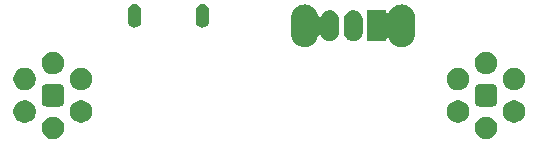
<source format=gbr>
G04 #@! TF.GenerationSoftware,KiCad,Pcbnew,(5.1.5)-3*
G04 #@! TF.CreationDate,2022-07-19T17:14:03+02:00*
G04 #@! TF.ProjectId,Stacked desk light,53746163-6b65-4642-9064-65736b206c69,rev?*
G04 #@! TF.SameCoordinates,Original*
G04 #@! TF.FileFunction,Soldermask,Bot*
G04 #@! TF.FilePolarity,Negative*
%FSLAX46Y46*%
G04 Gerber Fmt 4.6, Leading zero omitted, Abs format (unit mm)*
G04 Created by KiCad (PCBNEW (5.1.5)-3) date 2022-07-19 17:14:03*
%MOMM*%
%LPD*%
G04 APERTURE LIST*
%ADD10C,0.100000*%
G04 APERTURE END LIST*
D10*
G36*
X118614563Y-101774638D02*
G01*
X118787634Y-101846326D01*
X118787635Y-101846327D01*
X118943395Y-101950402D01*
X119075858Y-102082865D01*
X119075859Y-102082867D01*
X119179934Y-102238626D01*
X119251622Y-102411697D01*
X119288168Y-102595425D01*
X119288168Y-102782759D01*
X119251622Y-102966487D01*
X119179934Y-103139558D01*
X119179933Y-103139559D01*
X119075858Y-103295319D01*
X118943395Y-103427782D01*
X118864986Y-103480173D01*
X118787634Y-103531858D01*
X118614563Y-103603546D01*
X118430835Y-103640092D01*
X118243501Y-103640092D01*
X118059773Y-103603546D01*
X117886702Y-103531858D01*
X117809350Y-103480173D01*
X117730941Y-103427782D01*
X117598478Y-103295319D01*
X117494403Y-103139559D01*
X117494402Y-103139558D01*
X117422714Y-102966487D01*
X117386168Y-102782759D01*
X117386168Y-102595425D01*
X117422714Y-102411697D01*
X117494402Y-102238626D01*
X117598477Y-102082867D01*
X117598478Y-102082865D01*
X117730941Y-101950402D01*
X117886701Y-101846327D01*
X117886702Y-101846326D01*
X118059773Y-101774638D01*
X118243501Y-101738092D01*
X118430835Y-101738092D01*
X118614563Y-101774638D01*
G37*
G36*
X81940199Y-101774638D02*
G01*
X82113270Y-101846326D01*
X82113271Y-101846327D01*
X82269031Y-101950402D01*
X82401494Y-102082865D01*
X82401495Y-102082867D01*
X82505570Y-102238626D01*
X82577258Y-102411697D01*
X82613804Y-102595425D01*
X82613804Y-102782759D01*
X82577258Y-102966487D01*
X82505570Y-103139558D01*
X82505569Y-103139559D01*
X82401494Y-103295319D01*
X82269031Y-103427782D01*
X82190622Y-103480173D01*
X82113270Y-103531858D01*
X81940199Y-103603546D01*
X81756471Y-103640092D01*
X81569137Y-103640092D01*
X81385409Y-103603546D01*
X81212338Y-103531858D01*
X81134986Y-103480173D01*
X81056577Y-103427782D01*
X80924114Y-103295319D01*
X80820039Y-103139559D01*
X80820038Y-103139558D01*
X80748350Y-102966487D01*
X80711804Y-102782759D01*
X80711804Y-102595425D01*
X80748350Y-102411697D01*
X80820038Y-102238626D01*
X80924113Y-102082867D01*
X80924114Y-102082865D01*
X81056577Y-101950402D01*
X81212337Y-101846327D01*
X81212338Y-101846326D01*
X81385409Y-101774638D01*
X81569137Y-101738092D01*
X81756471Y-101738092D01*
X81940199Y-101774638D01*
G37*
G36*
X84321769Y-100399638D02*
G01*
X84494840Y-100471326D01*
X84494841Y-100471327D01*
X84650601Y-100575402D01*
X84783064Y-100707865D01*
X84783065Y-100707867D01*
X84887140Y-100863626D01*
X84958828Y-101036697D01*
X84995374Y-101220425D01*
X84995374Y-101407759D01*
X84958828Y-101591487D01*
X84887140Y-101764558D01*
X84880404Y-101774639D01*
X84783064Y-101920319D01*
X84650601Y-102052782D01*
X84605578Y-102082865D01*
X84494840Y-102156858D01*
X84321769Y-102228546D01*
X84138041Y-102265092D01*
X83950707Y-102265092D01*
X83766979Y-102228546D01*
X83593908Y-102156858D01*
X83483170Y-102082865D01*
X83438147Y-102052782D01*
X83305684Y-101920319D01*
X83208344Y-101774639D01*
X83201608Y-101764558D01*
X83129920Y-101591487D01*
X83093374Y-101407759D01*
X83093374Y-101220425D01*
X83129920Y-101036697D01*
X83201608Y-100863626D01*
X83305683Y-100707867D01*
X83305684Y-100707865D01*
X83438147Y-100575402D01*
X83593907Y-100471327D01*
X83593908Y-100471326D01*
X83766979Y-100399638D01*
X83950707Y-100363092D01*
X84138041Y-100363092D01*
X84321769Y-100399638D01*
G37*
G36*
X79558629Y-100399638D02*
G01*
X79731700Y-100471326D01*
X79731701Y-100471327D01*
X79887461Y-100575402D01*
X80019924Y-100707865D01*
X80019925Y-100707867D01*
X80124000Y-100863626D01*
X80195688Y-101036697D01*
X80232234Y-101220425D01*
X80232234Y-101407759D01*
X80195688Y-101591487D01*
X80124000Y-101764558D01*
X80117264Y-101774639D01*
X80019924Y-101920319D01*
X79887461Y-102052782D01*
X79842438Y-102082865D01*
X79731700Y-102156858D01*
X79558629Y-102228546D01*
X79374901Y-102265092D01*
X79187567Y-102265092D01*
X79003839Y-102228546D01*
X78830768Y-102156858D01*
X78720030Y-102082865D01*
X78675007Y-102052782D01*
X78542544Y-101920319D01*
X78445204Y-101774639D01*
X78438468Y-101764558D01*
X78366780Y-101591487D01*
X78330234Y-101407759D01*
X78330234Y-101220425D01*
X78366780Y-101036697D01*
X78438468Y-100863626D01*
X78542543Y-100707867D01*
X78542544Y-100707865D01*
X78675007Y-100575402D01*
X78830767Y-100471327D01*
X78830768Y-100471326D01*
X79003839Y-100399638D01*
X79187567Y-100363092D01*
X79374901Y-100363092D01*
X79558629Y-100399638D01*
G37*
G36*
X120996133Y-100399638D02*
G01*
X121169204Y-100471326D01*
X121169205Y-100471327D01*
X121324965Y-100575402D01*
X121457428Y-100707865D01*
X121457429Y-100707867D01*
X121561504Y-100863626D01*
X121633192Y-101036697D01*
X121669738Y-101220425D01*
X121669738Y-101407759D01*
X121633192Y-101591487D01*
X121561504Y-101764558D01*
X121554768Y-101774639D01*
X121457428Y-101920319D01*
X121324965Y-102052782D01*
X121279942Y-102082865D01*
X121169204Y-102156858D01*
X120996133Y-102228546D01*
X120812405Y-102265092D01*
X120625071Y-102265092D01*
X120441343Y-102228546D01*
X120268272Y-102156858D01*
X120157534Y-102082865D01*
X120112511Y-102052782D01*
X119980048Y-101920319D01*
X119882708Y-101774639D01*
X119875972Y-101764558D01*
X119804284Y-101591487D01*
X119767738Y-101407759D01*
X119767738Y-101220425D01*
X119804284Y-101036697D01*
X119875972Y-100863626D01*
X119980047Y-100707867D01*
X119980048Y-100707865D01*
X120112511Y-100575402D01*
X120268271Y-100471327D01*
X120268272Y-100471326D01*
X120441343Y-100399638D01*
X120625071Y-100363092D01*
X120812405Y-100363092D01*
X120996133Y-100399638D01*
G37*
G36*
X116232993Y-100399638D02*
G01*
X116406064Y-100471326D01*
X116406065Y-100471327D01*
X116561825Y-100575402D01*
X116694288Y-100707865D01*
X116694289Y-100707867D01*
X116798364Y-100863626D01*
X116870052Y-101036697D01*
X116906598Y-101220425D01*
X116906598Y-101407759D01*
X116870052Y-101591487D01*
X116798364Y-101764558D01*
X116791628Y-101774639D01*
X116694288Y-101920319D01*
X116561825Y-102052782D01*
X116516802Y-102082865D01*
X116406064Y-102156858D01*
X116232993Y-102228546D01*
X116049265Y-102265092D01*
X115861931Y-102265092D01*
X115678203Y-102228546D01*
X115505132Y-102156858D01*
X115394394Y-102082865D01*
X115349371Y-102052782D01*
X115216908Y-101920319D01*
X115119568Y-101774639D01*
X115112832Y-101764558D01*
X115041144Y-101591487D01*
X115004598Y-101407759D01*
X115004598Y-101220425D01*
X115041144Y-101036697D01*
X115112832Y-100863626D01*
X115216907Y-100707867D01*
X115216908Y-100707865D01*
X115349371Y-100575402D01*
X115505131Y-100471327D01*
X115505132Y-100471326D01*
X115678203Y-100399638D01*
X115861931Y-100363092D01*
X116049265Y-100363092D01*
X116232993Y-100399638D01*
G37*
G36*
X118955623Y-98996620D02*
G01*
X119032980Y-99020087D01*
X119104285Y-99058200D01*
X119166776Y-99109484D01*
X119218060Y-99171975D01*
X119256173Y-99243280D01*
X119279640Y-99320637D01*
X119288168Y-99407232D01*
X119288168Y-100470952D01*
X119279640Y-100557547D01*
X119256173Y-100634904D01*
X119218060Y-100706209D01*
X119166776Y-100768700D01*
X119104285Y-100819984D01*
X119032980Y-100858097D01*
X118955623Y-100881564D01*
X118869028Y-100890092D01*
X117805308Y-100890092D01*
X117718713Y-100881564D01*
X117641356Y-100858097D01*
X117570051Y-100819984D01*
X117507560Y-100768700D01*
X117456276Y-100706209D01*
X117418163Y-100634904D01*
X117394696Y-100557547D01*
X117386168Y-100470952D01*
X117386168Y-99407232D01*
X117394696Y-99320637D01*
X117418163Y-99243280D01*
X117456276Y-99171975D01*
X117507560Y-99109484D01*
X117570051Y-99058200D01*
X117641356Y-99020087D01*
X117718713Y-98996620D01*
X117805308Y-98988092D01*
X118869028Y-98988092D01*
X118955623Y-98996620D01*
G37*
G36*
X82281259Y-98996620D02*
G01*
X82358616Y-99020087D01*
X82429921Y-99058200D01*
X82492412Y-99109484D01*
X82543696Y-99171975D01*
X82581809Y-99243280D01*
X82605276Y-99320637D01*
X82613804Y-99407232D01*
X82613804Y-100470952D01*
X82605276Y-100557547D01*
X82581809Y-100634904D01*
X82543696Y-100706209D01*
X82492412Y-100768700D01*
X82429921Y-100819984D01*
X82358616Y-100858097D01*
X82281259Y-100881564D01*
X82194664Y-100890092D01*
X81130944Y-100890092D01*
X81044349Y-100881564D01*
X80966992Y-100858097D01*
X80895687Y-100819984D01*
X80833196Y-100768700D01*
X80781912Y-100706209D01*
X80743799Y-100634904D01*
X80720332Y-100557547D01*
X80711804Y-100470952D01*
X80711804Y-99407232D01*
X80720332Y-99320637D01*
X80743799Y-99243280D01*
X80781912Y-99171975D01*
X80833196Y-99109484D01*
X80895687Y-99058200D01*
X80966992Y-99020087D01*
X81044349Y-98996620D01*
X81130944Y-98988092D01*
X82194664Y-98988092D01*
X82281259Y-98996620D01*
G37*
G36*
X84321769Y-97649638D02*
G01*
X84494840Y-97721326D01*
X84494841Y-97721327D01*
X84650601Y-97825402D01*
X84783064Y-97957865D01*
X84783065Y-97957867D01*
X84887140Y-98113626D01*
X84958828Y-98286697D01*
X84995374Y-98470425D01*
X84995374Y-98657759D01*
X84958828Y-98841487D01*
X84887140Y-99014558D01*
X84880639Y-99024287D01*
X84783064Y-99170319D01*
X84650601Y-99302782D01*
X84623879Y-99320637D01*
X84494840Y-99406858D01*
X84321769Y-99478546D01*
X84138041Y-99515092D01*
X83950707Y-99515092D01*
X83766979Y-99478546D01*
X83593908Y-99406858D01*
X83464869Y-99320637D01*
X83438147Y-99302782D01*
X83305684Y-99170319D01*
X83208109Y-99024287D01*
X83201608Y-99014558D01*
X83129920Y-98841487D01*
X83093374Y-98657759D01*
X83093374Y-98470425D01*
X83129920Y-98286697D01*
X83201608Y-98113626D01*
X83305683Y-97957867D01*
X83305684Y-97957865D01*
X83438147Y-97825402D01*
X83593907Y-97721327D01*
X83593908Y-97721326D01*
X83766979Y-97649638D01*
X83950707Y-97613092D01*
X84138041Y-97613092D01*
X84321769Y-97649638D01*
G37*
G36*
X120996133Y-97649638D02*
G01*
X121169204Y-97721326D01*
X121169205Y-97721327D01*
X121324965Y-97825402D01*
X121457428Y-97957865D01*
X121457429Y-97957867D01*
X121561504Y-98113626D01*
X121633192Y-98286697D01*
X121669738Y-98470425D01*
X121669738Y-98657759D01*
X121633192Y-98841487D01*
X121561504Y-99014558D01*
X121555003Y-99024287D01*
X121457428Y-99170319D01*
X121324965Y-99302782D01*
X121298243Y-99320637D01*
X121169204Y-99406858D01*
X120996133Y-99478546D01*
X120812405Y-99515092D01*
X120625071Y-99515092D01*
X120441343Y-99478546D01*
X120268272Y-99406858D01*
X120139233Y-99320637D01*
X120112511Y-99302782D01*
X119980048Y-99170319D01*
X119882473Y-99024287D01*
X119875972Y-99014558D01*
X119804284Y-98841487D01*
X119767738Y-98657759D01*
X119767738Y-98470425D01*
X119804284Y-98286697D01*
X119875972Y-98113626D01*
X119980047Y-97957867D01*
X119980048Y-97957865D01*
X120112511Y-97825402D01*
X120268271Y-97721327D01*
X120268272Y-97721326D01*
X120441343Y-97649638D01*
X120625071Y-97613092D01*
X120812405Y-97613092D01*
X120996133Y-97649638D01*
G37*
G36*
X79558629Y-97649638D02*
G01*
X79731700Y-97721326D01*
X79731701Y-97721327D01*
X79887461Y-97825402D01*
X80019924Y-97957865D01*
X80019925Y-97957867D01*
X80124000Y-98113626D01*
X80195688Y-98286697D01*
X80232234Y-98470425D01*
X80232234Y-98657759D01*
X80195688Y-98841487D01*
X80124000Y-99014558D01*
X80117499Y-99024287D01*
X80019924Y-99170319D01*
X79887461Y-99302782D01*
X79860739Y-99320637D01*
X79731700Y-99406858D01*
X79558629Y-99478546D01*
X79374901Y-99515092D01*
X79187567Y-99515092D01*
X79003839Y-99478546D01*
X78830768Y-99406858D01*
X78701729Y-99320637D01*
X78675007Y-99302782D01*
X78542544Y-99170319D01*
X78444969Y-99024287D01*
X78438468Y-99014558D01*
X78366780Y-98841487D01*
X78330234Y-98657759D01*
X78330234Y-98470425D01*
X78366780Y-98286697D01*
X78438468Y-98113626D01*
X78542543Y-97957867D01*
X78542544Y-97957865D01*
X78675007Y-97825402D01*
X78830767Y-97721327D01*
X78830768Y-97721326D01*
X79003839Y-97649638D01*
X79187567Y-97613092D01*
X79374901Y-97613092D01*
X79558629Y-97649638D01*
G37*
G36*
X116232993Y-97649638D02*
G01*
X116406064Y-97721326D01*
X116406065Y-97721327D01*
X116561825Y-97825402D01*
X116694288Y-97957865D01*
X116694289Y-97957867D01*
X116798364Y-98113626D01*
X116870052Y-98286697D01*
X116906598Y-98470425D01*
X116906598Y-98657759D01*
X116870052Y-98841487D01*
X116798364Y-99014558D01*
X116791863Y-99024287D01*
X116694288Y-99170319D01*
X116561825Y-99302782D01*
X116535103Y-99320637D01*
X116406064Y-99406858D01*
X116232993Y-99478546D01*
X116049265Y-99515092D01*
X115861931Y-99515092D01*
X115678203Y-99478546D01*
X115505132Y-99406858D01*
X115376093Y-99320637D01*
X115349371Y-99302782D01*
X115216908Y-99170319D01*
X115119333Y-99024287D01*
X115112832Y-99014558D01*
X115041144Y-98841487D01*
X115004598Y-98657759D01*
X115004598Y-98470425D01*
X115041144Y-98286697D01*
X115112832Y-98113626D01*
X115216907Y-97957867D01*
X115216908Y-97957865D01*
X115349371Y-97825402D01*
X115505131Y-97721327D01*
X115505132Y-97721326D01*
X115678203Y-97649638D01*
X115861931Y-97613092D01*
X116049265Y-97613092D01*
X116232993Y-97649638D01*
G37*
G36*
X81940199Y-96274638D02*
G01*
X82113270Y-96346326D01*
X82113271Y-96346327D01*
X82269031Y-96450402D01*
X82401494Y-96582865D01*
X82401495Y-96582867D01*
X82505570Y-96738626D01*
X82577258Y-96911697D01*
X82613804Y-97095425D01*
X82613804Y-97282759D01*
X82577258Y-97466487D01*
X82505570Y-97639558D01*
X82498834Y-97649639D01*
X82401494Y-97795319D01*
X82269031Y-97927782D01*
X82224008Y-97957865D01*
X82113270Y-98031858D01*
X81940199Y-98103546D01*
X81756471Y-98140092D01*
X81569137Y-98140092D01*
X81385409Y-98103546D01*
X81212338Y-98031858D01*
X81101600Y-97957865D01*
X81056577Y-97927782D01*
X80924114Y-97795319D01*
X80826774Y-97649639D01*
X80820038Y-97639558D01*
X80748350Y-97466487D01*
X80711804Y-97282759D01*
X80711804Y-97095425D01*
X80748350Y-96911697D01*
X80820038Y-96738626D01*
X80924113Y-96582867D01*
X80924114Y-96582865D01*
X81056577Y-96450402D01*
X81212337Y-96346327D01*
X81212338Y-96346326D01*
X81385409Y-96274638D01*
X81569137Y-96238092D01*
X81756471Y-96238092D01*
X81940199Y-96274638D01*
G37*
G36*
X118614563Y-96274638D02*
G01*
X118787634Y-96346326D01*
X118787635Y-96346327D01*
X118943395Y-96450402D01*
X119075858Y-96582865D01*
X119075859Y-96582867D01*
X119179934Y-96738626D01*
X119251622Y-96911697D01*
X119288168Y-97095425D01*
X119288168Y-97282759D01*
X119251622Y-97466487D01*
X119179934Y-97639558D01*
X119173198Y-97649639D01*
X119075858Y-97795319D01*
X118943395Y-97927782D01*
X118898372Y-97957865D01*
X118787634Y-98031858D01*
X118614563Y-98103546D01*
X118430835Y-98140092D01*
X118243501Y-98140092D01*
X118059773Y-98103546D01*
X117886702Y-98031858D01*
X117775964Y-97957865D01*
X117730941Y-97927782D01*
X117598478Y-97795319D01*
X117501138Y-97649639D01*
X117494402Y-97639558D01*
X117422714Y-97466487D01*
X117386168Y-97282759D01*
X117386168Y-97095425D01*
X117422714Y-96911697D01*
X117494402Y-96738626D01*
X117598477Y-96582867D01*
X117598478Y-96582865D01*
X117730941Y-96450402D01*
X117886701Y-96346327D01*
X117886702Y-96346326D01*
X118059773Y-96274638D01*
X118243501Y-96238092D01*
X118430835Y-96238092D01*
X118614563Y-96274638D01*
G37*
G36*
X103225635Y-92265654D02*
G01*
X103442600Y-92331470D01*
X103442602Y-92331471D01*
X103642555Y-92438347D01*
X103817818Y-92582182D01*
X103961653Y-92757445D01*
X104063762Y-92948479D01*
X104068530Y-92957400D01*
X104112647Y-93102835D01*
X104134986Y-93176475D01*
X104138908Y-93196196D01*
X104148284Y-93218835D01*
X104161897Y-93239210D01*
X104179223Y-93256538D01*
X104199597Y-93270153D01*
X104222236Y-93279531D01*
X104246269Y-93284313D01*
X104270773Y-93284314D01*
X104294806Y-93279534D01*
X104317445Y-93270158D01*
X104337820Y-93256545D01*
X104355148Y-93239219D01*
X104368765Y-93218841D01*
X104430772Y-93102835D01*
X104530868Y-92980867D01*
X104652836Y-92880771D01*
X104791988Y-92806392D01*
X104842319Y-92791125D01*
X104942978Y-92760590D01*
X105100000Y-92745125D01*
X105257023Y-92760590D01*
X105357682Y-92791125D01*
X105408013Y-92806392D01*
X105547165Y-92880771D01*
X105669133Y-92980867D01*
X105769229Y-93102835D01*
X105843608Y-93241987D01*
X105856447Y-93284313D01*
X105889410Y-93392977D01*
X105901000Y-93510655D01*
X105901000Y-94589345D01*
X105889410Y-94707023D01*
X105858875Y-94807682D01*
X105843608Y-94858013D01*
X105831235Y-94881161D01*
X105769229Y-94997165D01*
X105669133Y-95119133D01*
X105572798Y-95198192D01*
X105547164Y-95219229D01*
X105408012Y-95293608D01*
X105357681Y-95308875D01*
X105257022Y-95339410D01*
X105100000Y-95354875D01*
X104942977Y-95339410D01*
X104842318Y-95308875D01*
X104791987Y-95293608D01*
X104652835Y-95219229D01*
X104597916Y-95174158D01*
X104530867Y-95119133D01*
X104430771Y-94997164D01*
X104392537Y-94925633D01*
X104368765Y-94881160D01*
X104355151Y-94860786D01*
X104337824Y-94843459D01*
X104317450Y-94829845D01*
X104294811Y-94820468D01*
X104270777Y-94815688D01*
X104246273Y-94815688D01*
X104222240Y-94820469D01*
X104199601Y-94829846D01*
X104179227Y-94843460D01*
X104161900Y-94860787D01*
X104148286Y-94881161D01*
X104138909Y-94903800D01*
X104134988Y-94923517D01*
X104134346Y-94925633D01*
X104134346Y-94925635D01*
X104068530Y-95142599D01*
X104068529Y-95142602D01*
X103961653Y-95342555D01*
X103882652Y-95438817D01*
X103817818Y-95517818D01*
X103669204Y-95639781D01*
X103642553Y-95661653D01*
X103442601Y-95768529D01*
X103442599Y-95768530D01*
X103225634Y-95834346D01*
X103000000Y-95856569D01*
X102774365Y-95834346D01*
X102557400Y-95768530D01*
X102557398Y-95768529D01*
X102357445Y-95661653D01*
X102261183Y-95582652D01*
X102182182Y-95517818D01*
X102038348Y-95342554D01*
X102012186Y-95293608D01*
X101931471Y-95142601D01*
X101927996Y-95131145D01*
X101865654Y-94925634D01*
X101857561Y-94843460D01*
X101849000Y-94756544D01*
X101849000Y-93343455D01*
X101865654Y-93174366D01*
X101887353Y-93102835D01*
X101931470Y-92957400D01*
X102012186Y-92806392D01*
X102038348Y-92757446D01*
X102182183Y-92582182D01*
X102357446Y-92438347D01*
X102557399Y-92331471D01*
X102557401Y-92331470D01*
X102774366Y-92265654D01*
X103000000Y-92243431D01*
X103225635Y-92265654D01*
G37*
G36*
X111425635Y-92265654D02*
G01*
X111642600Y-92331470D01*
X111642602Y-92331471D01*
X111842555Y-92438347D01*
X112017818Y-92582182D01*
X112161653Y-92757445D01*
X112263762Y-92948479D01*
X112268530Y-92957400D01*
X112312647Y-93102835D01*
X112334346Y-93174366D01*
X112351000Y-93343455D01*
X112351000Y-94756545D01*
X112341006Y-94858011D01*
X112334346Y-94925635D01*
X112272005Y-95131146D01*
X112268529Y-95142602D01*
X112161653Y-95342555D01*
X112082652Y-95438817D01*
X112017818Y-95517818D01*
X111869204Y-95639781D01*
X111842553Y-95661653D01*
X111642601Y-95768529D01*
X111642599Y-95768530D01*
X111425634Y-95834346D01*
X111200000Y-95856569D01*
X110974365Y-95834346D01*
X110757400Y-95768530D01*
X110757398Y-95768529D01*
X110557445Y-95661653D01*
X110461183Y-95582652D01*
X110382182Y-95517818D01*
X110238348Y-95342554D01*
X110212186Y-95293608D01*
X110136238Y-95151520D01*
X110122625Y-95131146D01*
X110105298Y-95113819D01*
X110084923Y-95100205D01*
X110062285Y-95090827D01*
X110038251Y-95086047D01*
X110013747Y-95086047D01*
X109989714Y-95090827D01*
X109967075Y-95100205D01*
X109946701Y-95113818D01*
X109929374Y-95131145D01*
X109915760Y-95151520D01*
X109906382Y-95174158D01*
X109901602Y-95198192D01*
X109901000Y-95210444D01*
X109901000Y-95351000D01*
X108299000Y-95351000D01*
X108299000Y-92749000D01*
X109901000Y-92749000D01*
X109901000Y-92889555D01*
X109903402Y-92913941D01*
X109910515Y-92937390D01*
X109922066Y-92959001D01*
X109937611Y-92977943D01*
X109956553Y-92993488D01*
X109978164Y-93005039D01*
X110001613Y-93012152D01*
X110025999Y-93014554D01*
X110050385Y-93012152D01*
X110073834Y-93005039D01*
X110095445Y-92993488D01*
X110114387Y-92977943D01*
X110136238Y-92948479D01*
X110238348Y-92757446D01*
X110382183Y-92582182D01*
X110557446Y-92438347D01*
X110757399Y-92331471D01*
X110757401Y-92331470D01*
X110974366Y-92265654D01*
X111200000Y-92243431D01*
X111425635Y-92265654D01*
G37*
G36*
X107257023Y-92760590D02*
G01*
X107357682Y-92791125D01*
X107408013Y-92806392D01*
X107547165Y-92880771D01*
X107669133Y-92980867D01*
X107769229Y-93102835D01*
X107843608Y-93241987D01*
X107856447Y-93284313D01*
X107889410Y-93392977D01*
X107901000Y-93510655D01*
X107901000Y-94589345D01*
X107889410Y-94707023D01*
X107858875Y-94807682D01*
X107843608Y-94858013D01*
X107831235Y-94881161D01*
X107769229Y-94997165D01*
X107669133Y-95119133D01*
X107572798Y-95198192D01*
X107547164Y-95219229D01*
X107408012Y-95293608D01*
X107357681Y-95308875D01*
X107257022Y-95339410D01*
X107100000Y-95354875D01*
X106942977Y-95339410D01*
X106842318Y-95308875D01*
X106791987Y-95293608D01*
X106652835Y-95219229D01*
X106597916Y-95174158D01*
X106530867Y-95119133D01*
X106430771Y-94997164D01*
X106392537Y-94925633D01*
X106356392Y-94858012D01*
X106325613Y-94756545D01*
X106310590Y-94707022D01*
X106299000Y-94589344D01*
X106299001Y-93510655D01*
X106310591Y-93392977D01*
X106343554Y-93284313D01*
X106356393Y-93241987D01*
X106430772Y-93102835D01*
X106530868Y-92980867D01*
X106652836Y-92880771D01*
X106791988Y-92806392D01*
X106842319Y-92791125D01*
X106942978Y-92760590D01*
X107100000Y-92745125D01*
X107257023Y-92760590D01*
G37*
G36*
X88687916Y-92207334D02*
G01*
X88796492Y-92240271D01*
X88796495Y-92240272D01*
X88832601Y-92259571D01*
X88896557Y-92293756D01*
X88984264Y-92365736D01*
X89056244Y-92453443D01*
X89090429Y-92517399D01*
X89109728Y-92553505D01*
X89109728Y-92553506D01*
X89109729Y-92553508D01*
X89142666Y-92662084D01*
X89151000Y-92746702D01*
X89151000Y-93653298D01*
X89142666Y-93737916D01*
X89109729Y-93846491D01*
X89109728Y-93846495D01*
X89090429Y-93882601D01*
X89056244Y-93946557D01*
X88984264Y-94034264D01*
X88896556Y-94106244D01*
X88832600Y-94140429D01*
X88796494Y-94159728D01*
X88796491Y-94159729D01*
X88687915Y-94192666D01*
X88575000Y-94203787D01*
X88462084Y-94192666D01*
X88353508Y-94159729D01*
X88353505Y-94159728D01*
X88317399Y-94140429D01*
X88253443Y-94106244D01*
X88165736Y-94034264D01*
X88093756Y-93946556D01*
X88040273Y-93846495D01*
X88040272Y-93846494D01*
X88040271Y-93846491D01*
X88007334Y-93737915D01*
X87999000Y-93653297D01*
X87999000Y-92746702D01*
X88007335Y-92662084D01*
X88040272Y-92553508D01*
X88040273Y-92553506D01*
X88040273Y-92553505D01*
X88059572Y-92517399D01*
X88093757Y-92453443D01*
X88165737Y-92365736D01*
X88253444Y-92293756D01*
X88317400Y-92259571D01*
X88353506Y-92240272D01*
X88353509Y-92240271D01*
X88462085Y-92207334D01*
X88575000Y-92196213D01*
X88687916Y-92207334D01*
G37*
G36*
X94437915Y-92207334D02*
G01*
X94546491Y-92240271D01*
X94546494Y-92240272D01*
X94582600Y-92259571D01*
X94646556Y-92293756D01*
X94734264Y-92365736D01*
X94806244Y-92453443D01*
X94840429Y-92517399D01*
X94859728Y-92553505D01*
X94859728Y-92553506D01*
X94859729Y-92553508D01*
X94892666Y-92662084D01*
X94901000Y-92746702D01*
X94901000Y-93653298D01*
X94892666Y-93737916D01*
X94859729Y-93846491D01*
X94859728Y-93846495D01*
X94840429Y-93882601D01*
X94806244Y-93946557D01*
X94734264Y-94034264D01*
X94646557Y-94106244D01*
X94582601Y-94140429D01*
X94546495Y-94159728D01*
X94546492Y-94159729D01*
X94437916Y-94192666D01*
X94325000Y-94203787D01*
X94212085Y-94192666D01*
X94103509Y-94159729D01*
X94103506Y-94159728D01*
X94067400Y-94140429D01*
X94003444Y-94106244D01*
X93915737Y-94034264D01*
X93843757Y-93946557D01*
X93809572Y-93882601D01*
X93790273Y-93846495D01*
X93790272Y-93846491D01*
X93757335Y-93737916D01*
X93749000Y-93653298D01*
X93749000Y-92746703D01*
X93757334Y-92662085D01*
X93790271Y-92553509D01*
X93790272Y-92553506D01*
X93809571Y-92517400D01*
X93843756Y-92453444D01*
X93915736Y-92365736D01*
X94003443Y-92293756D01*
X94067399Y-92259571D01*
X94103505Y-92240272D01*
X94103508Y-92240271D01*
X94212084Y-92207334D01*
X94325000Y-92196213D01*
X94437915Y-92207334D01*
G37*
M02*

</source>
